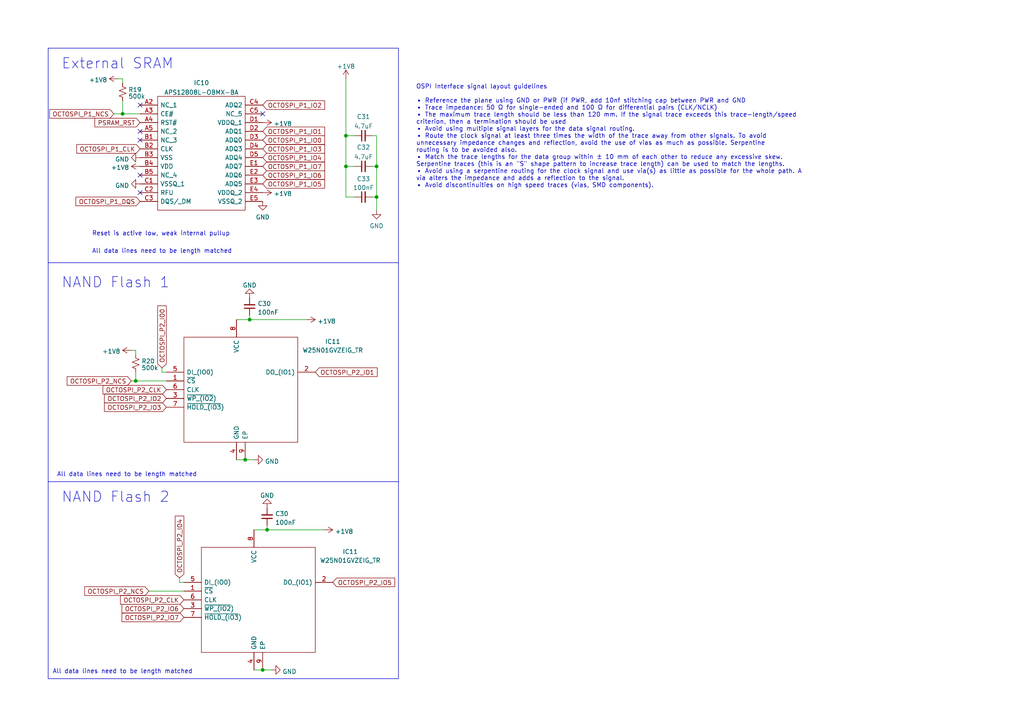
<source format=kicad_sch>
(kicad_sch (version 20230121) (generator eeschema)
  (paper "A4")
  (title_block (title "OBC-Flight") (date "2023-08-07") (rev "Rev0") (company "WIT PicoSat") (comment 1 "By: Kieran Shanley"))
  (lib_symbols
    (symbol "+1V8_1" (power) (pin_names (offset 0))
      (property "Value" "+1V8_1" (at 0 3.556 0))
      (symbol "+1V8_1_0_1"
        (polyline (pts (xy -0.762 1.27) (xy 0 2.54)))
        (polyline (pts (xy 0 0) (xy 0 2.54)))
        (polyline (pts (xy 0 2.54) (xy 0.762 1.27)))
      )
      (symbol "+1V8_1_1_1"
        (pin power_in line (at 0 0 90) (length 0) hide (name "+1V8") (number "1"))
      )
    )
    (symbol "APS12808L-OBMX-BA:APS12808L-OBMX-BA" (pin_names (offset 0.762))
      (property "Reference" "IC" (at 31.75 7.62 0))
      (property "Value" "APS12808L-OBMX-BA" (at 31.75 5.08 0))
      (symbol "APS12808L-OBMX-BA_0_0"
        (pin passive line (at 0 0 0) (length 5.08) (name "NC_1") (number "A2"))
        (pin passive line (at 0 -2.54 0) (length 5.08) (name "CE#") (number "A3"))
        (pin passive line (at 0 -5.08 0) (length 5.08) (name "RST#") (number "A4"))
        (pin passive line (at 0 -7.62 0) (length 5.08) (name "NC_2") (number "A5"))
        (pin passive line (at 0 -10.16 0) (length 5.08) (name "NC_3") (number "B1"))
        (pin passive line (at 0 -12.7 0) (length 5.08) (name "CLK") (number "B2"))
        (pin passive line (at 0 -15.24 0) (length 5.08) (name "VSS") (number "B3"))
        (pin passive line (at 0 -17.78 0) (length 5.08) (name "VDD") (number "B4"))
        (pin passive line (at 0 -20.32 0) (length 5.08) (name "NC_4") (number "B5"))
        (pin passive line (at 0 -22.86 0) (length 5.08) (name "VSSQ_1") (number "C1"))
        (pin passive line (at 0 -25.4 0) (length 5.08) (name "RFU") (number "C2"))
        (pin passive line (at 0 -27.94 0) (length 5.08) (name "DQS/_DM") (number "C3"))
        (pin passive line (at 35.56 0 180) (length 5.08) (name "ADQ2") (number "C4"))
        (pin passive line (at 35.56 -2.54 180) (length 5.08) (name "NC_5") (number "C5"))
        (pin passive line (at 35.56 -5.08 180) (length 5.08) (name "VDDQ_1") (number "D1"))
        (pin passive line (at 35.56 -7.62 180) (length 5.08) (name "ADQ1") (number "D2"))
        (pin passive line (at 35.56 -10.16 180) (length 5.08) (name "ADQ0") (number "D3"))
        (pin passive line (at 35.56 -12.7 180) (length 5.08) (name "ADQ3") (number "D4"))
        (pin passive line (at 35.56 -15.24 180) (length 5.08) (name "ADQ4") (number "D5"))
        (pin passive line (at 35.56 -17.78 180) (length 5.08) (name "ADQ7") (number "E1"))
        (pin passive line (at 35.56 -20.32 180) (length 5.08) (name "ADQ6") (number "E2"))
        (pin passive line (at 35.56 -22.86 180) (length 5.08) (name "ADQ5") (number "E3"))
        (pin passive line (at 35.56 -25.4 180) (length 5.08) (name "VDDQ_2") (number "E4"))
        (pin passive line (at 35.56 -27.94 180) (length 5.08) (name "VSSQ_2") (number "E5"))
      )
      (symbol "APS12808L-OBMX-BA_0_1"
        (polyline (pts (xy 5.08 2.54) (xy 30.48 2.54) (xy 30.48 -30.48) (xy 5.08 -30.48) (xy 5.08 2.54)) (stroke (width 0.1524)))
      )
    )
    (symbol "Device:C_Small" (pin_numbers hide) (pin_names (offset 0.254) hide)
      (property "Reference" "C" (at 0.254 1.778 0))
      (property "Value" "C_Small" (at 0.254 -2.032 0))
      (symbol "C_Small_0_1"
        (polyline (pts (xy -1.524 -0.508) (xy 1.524 -0.508)) (stroke (width 0.3302)))
        (polyline (pts (xy -1.524 0.508) (xy 1.524 0.508)) (stroke (width 0.3048)))
      )
      (symbol "C_Small_1_1"
        (pin passive line (at 0 2.54 270) (length 2.032) (name "~") (number "1"))
        (pin passive line (at 0 -2.54 90) (length 2.032) (name "~") (number "2"))
      )
    )
    (symbol "Device:R_Small_US" (pin_numbers hide) (pin_names (offset 0.254) hide)
      (property "Reference" "R" (at 0.762 0.508 0))
      (property "Value" "R_Small_US" (at 0.762 -1.016 0))
      (symbol "R_Small_US_1_1"
        (polyline (pts (xy 0 0) (xy 1.016 -0.381) (xy 0 -0.762) (xy -1.016 -1.143) (xy 0 -1.524)))
        (polyline (pts (xy 0 1.524) (xy 1.016 1.143) (xy 0 0.762) (xy -1.016 0.381) (xy 0 0)))
        (pin passive line (at 0 2.54 270) (length 1.016) (name "~") (number "1"))
        (pin passive line (at 0 -2.54 90) (length 1.016) (name "~") (number "2"))
      )
    )
    (symbol "W25N01GVZEIG_TR:W25N01GVZEIG_TR" (pin_names (offset 0.762))
      (property "Reference" "IC" (at 39.37 15.24 0))
      (property "Value" "W25N01GVZEIG_TR" (at 39.37 12.7 0))
      (symbol "W25N01GVZEIG_TR_0_0"
        (pin passive line (at 0 -2.54 0) (length 5.08) (name "~{CS}") (number "1"))
        (pin passive line (at 43.18 0 180) (length 5.08) (name "DO_(IO1)") (number "2"))
        (pin passive line (at 0 -7.62 0) (length 5.08) (name "~{WP_(IO2})") (number "3"))
        (pin passive line (at 20.32 -25.4 90) (length 5.08) (name "GND") (number "4"))
        (pin passive line (at 0 0 0) (length 5.08) (name "DI_(IO0)") (number "5"))
        (pin passive line (at 0 -5.08 0) (length 5.08) (name "CLK") (number "6"))
        (pin passive line (at 0 -10.16 0) (length 5.08) (name "~{HOLD_(IO3})") (number "7"))
        (pin passive line (at 20.32 15.24 270) (length 5.08) (name "VCC") (number "8"))
        (pin passive line (at 22.86 -25.4 90) (length 5.08) (name "EP") (number "9"))
      )
      (symbol "W25N01GVZEIG_TR_0_1"
        (polyline (pts (xy 5.08 10.16) (xy 38.1 10.16) (xy 38.1 -20.32) (xy 5.08 -20.32) (xy 5.08 10.16)) (stroke (width 0.1524)))
      )
    )
    (symbol "power:+1V8" (power) (pin_names (offset 0))
      (property "Value" "+1V8" (at 0 3.556 0))
      (symbol "+1V8_0_1"
        (polyline (pts (xy -0.762 1.27) (xy 0 2.54)))
        (polyline (pts (xy 0 0) (xy 0 2.54)))
        (polyline (pts (xy 0 2.54) (xy 0.762 1.27)))
      )
      (symbol "+1V8_1_1"
        (pin power_in line (at 0 0 90) (length 0) hide (name "+1V8") (number "1"))
      )
    )
    (symbol "power:GND" (power) (pin_names (offset 0))
      (property "Value" "GND" (at 0 -3.81 0))
      (symbol "GND_0_1"
        (polyline (pts (xy 0 0) (xy 0 -1.27) (xy 1.27 -1.27) (xy 0 -2.54) (xy -1.27 -1.27) (xy 0 -1.27)))
      )
      (symbol "GND_1_1"
        (pin power_in line (at 0 0 270) (length 0) hide (name "GND") (number "1"))
      )
    )
  )
  (junction (at 77.47 153.67))
  (junction (at 39.37 110.49))
  (junction (at 109.22 48.26))
  (junction (at 76.2 194.31))
  (junction (at 72.39 92.71))
  (junction (at 35.56 33.02))
  (junction (at 100.33 39.37))
  (junction (at 100.33 48.26))
  (junction (at 71.12 133.35))
  (junction (at 109.22 57.15))
  (no_connect (at 40.64 50.8))
  (no_connect (at 40.64 30.48))
  (no_connect (at 40.64 55.88))
  (no_connect (at 40.64 38.1))
  (no_connect (at 76.2 33.02))
  (no_connect (at 40.64 40.64))
  (polyline (pts (xy 13.97 13.97) (xy 13.97 76.2)))
  (wire (pts (xy 46.99 106.68) (xy 46.99 107.95)))
  (wire (pts (xy 100.33 22.86) (xy 100.33 39.37)))
  (wire (pts (xy 52.07 168.91) (xy 53.34 168.91)))
  (wire (pts (xy 109.22 48.26) (xy 109.22 57.15)))
  (wire (pts (xy 77.47 153.67) (xy 73.66 153.67)))
  (wire (pts (xy 39.37 102.87) (xy 39.37 101.6)))
  (wire (pts (xy 77.47 152.4) (xy 77.47 153.67)))
  (wire (pts (xy 35.56 29.21) (xy 35.56 33.02)))
  (wire (pts (xy 46.99 107.95) (xy 48.26 107.95)))
  (wire (pts (xy 33.02 33.02) (xy 35.56 33.02)))
  (wire (pts (xy 109.22 39.37) (xy 107.95 39.37)))
  (wire (pts (xy 38.1 110.49) (xy 39.37 110.49)))
  (wire (pts (xy 72.39 92.71) (xy 68.58 92.71)))
  (wire (pts (xy 100.33 48.26) (xy 100.33 39.37)))
  (wire (pts (xy 109.22 57.15) (xy 107.95 57.15)))
  (wire (pts (xy 100.33 48.26) (xy 102.87 48.26)))
  (wire (pts (xy 77.47 153.67) (xy 93.98 153.67)))
  (wire (pts (xy 72.39 92.71) (xy 88.9 92.71)))
  (polyline (pts (xy 115.57 76.2) (xy 13.97 76.2)))
  (wire (pts (xy 72.39 91.44) (xy 72.39 92.71)))
  (polyline (pts (xy 13.97 13.97) (xy 115.57 13.97)))
  (wire (pts (xy 52.07 168.91) (xy 52.07 167.64)))
  (polyline (pts (xy 115.57 13.97) (xy 115.57 76.2)))
  (wire (pts (xy 109.22 60.96) (xy 109.22 57.15)))
  (polyline (pts (xy 13.97 139.7) (xy 13.97 196.85)))
  (wire (pts (xy 39.37 107.95) (xy 39.37 110.49)))
  (wire (pts (xy 100.33 57.15) (xy 100.33 48.26)))
  (wire (pts (xy 71.12 133.35) (xy 68.58 133.35)))
  (wire (pts (xy 35.56 24.13) (xy 35.56 22.86)))
  (wire (pts (xy 109.22 39.37) (xy 109.22 48.26)))
  (wire (pts (xy 73.66 133.35) (xy 71.12 133.35)))
  (wire (pts (xy 76.2 194.31) (xy 73.66 194.31)))
  (wire (pts (xy 35.56 22.86) (xy 34.29 22.86)))
  (wire (pts (xy 43.18 171.45) (xy 53.34 171.45)))
  (wire (pts (xy 35.56 33.02) (xy 40.64 33.02)))
  (polyline (pts (xy 115.57 76.2) (xy 115.57 139.7)))
  (wire (pts (xy 102.87 39.37) (xy 100.33 39.37)))
  (polyline (pts (xy 115.57 139.7) (xy 13.97 139.7)))
  (wire (pts (xy 39.37 110.49) (xy 48.26 110.49)))
  (polyline (pts (xy 13.97 76.2) (xy 13.97 139.7)))
  (polyline (pts (xy 115.57 196.85) (xy 13.97 196.85)))
  (wire (pts (xy 109.22 48.26) (xy 107.95 48.26)))
  (polyline (pts (xy 115.57 139.7) (xy 115.57 196.85)))
  (wire (pts (xy 78.74 194.31) (xy 76.2 194.31)))
  (wire (pts (xy 39.37 101.6) (xy 38.1 101.6)))
  (wire (pts (xy 102.87 57.15) (xy 100.33 57.15)))
  (text "Reset is active low, weak internal pullup" (at 26.67 68.58 0) (effects (font (size 1.27 1.27)) (justify left bottom)))
  (text "External SRAM" (at 17.78 20.32 0) (effects (font (size 3 3)) (justify left bottom)))
  (text "All data lines need to be length matched" (at 26.67 73.66 0) (effects (font (size 1.27 1.27)) (justify left bottom)))
  (text "All data lines need to be length matched" (at 15.24 195.58 0) (effects (font (size 1.27 1.27)) (justify left bottom)))
  (text "OSPI Interface signal layout guidelines\n\n• Reference the plane using GND or PWR (if PWR, add 10nf stitching cap between PWR and GND\n• Trace impedance: 50 Ω for single-ended and 100 Ω for differential pairs (CLK/NCLK)\n• The maximum trace length should be less than 120 mm. If the signal trace exceeds this trace-length/speed\ncriterion, then a termination should be used\n• Avoid using multiple signal layers for the data signal routing.\n• Route the clock signal at least three times the width of the trace away from other signals. To avoid\nunnecessary impedance changes and reflection, avoid the use of vias as much as possible. Serpentine\nrouting is to be avoided also.\n• Match the trace lengths for the data group within ± 10 mm of each other to reduce any excessive skew.\nSerpentine traces (this is an \"S\" shape pattern to increase trace length) can be used to match the lengths.\n• Avoid using a serpentine routing for the clock signal and use via(s) as little as possible for the whole path. A\nvia alters the impedance and adds a reflection to the signal.\n• Avoid discontinuities on high speed traces (vias, SMD components)." (at 120.65 54.61 0) (effects (font (size 1.27 1.27)) (justify left bottom)))
  (text "NAND Flash 1" (at 17.78 83.82 0) (effects (font (size 3 3)) (justify left bottom)))
  (text "All data lines need to be length matched" (at 16.51 138.43 0) (effects (font (size 1.27 1.27)) (justify left bottom)))
  (text "NAND Flash 2" (at 17.78 146.05 0) (effects (font (size 3 3)) (justify left bottom)))
  (global_label "PSRAM_RST" (shape input) (at 40.64 35.56 180) (property "Intersheetrefs" "${INTERSHEET_REFS}" (effects hide)))
  (global_label "OCTOSPI_P1_IO6" (shape input) (at 76.2 50.8 0) (property "Intersheetrefs" "${INTERSHEET_REFS}" (effects hide)))
  (global_label "OCTOSPI_P1_IO0" (shape input) (at 76.2 40.64 0) (property "Intersheetrefs" "${INTERSHEET_REFS}" (effects hide)))
  (global_label "OCTOSPI_P2_IO3" (shape input) (at 48.26 118.11 180) (property "Intersheetrefs" "${INTERSHEET_REFS}" (effects hide)))
  (global_label "OCTOSPI_P1_IO7" (shape input) (at 76.2 48.26 0) (property "Intersheetrefs" "${INTERSHEET_REFS}" (effects hide)))
  (global_label "OCTOSPI_P1_CLK" (shape input) (at 40.64 43.18 180) (property "Intersheetrefs" "${INTERSHEET_REFS}" (effects hide)))
  (global_label "OCTOSPI_P2_NCS" (shape input) (at 43.18 171.45 180) (property "Intersheetrefs" "${INTERSHEET_REFS}" (effects hide)))
  (global_label "OCTOSPI_P2_IO1" (shape input) (at 91.44 107.95 0) (property "Intersheetrefs" "${INTERSHEET_REFS}" (effects hide)))
  (global_label "OCTOSPI_P2_IO4" (shape input) (at 52.07 167.64 90) (property "Intersheetrefs" "${INTERSHEET_REFS}" (effects hide)))
  (global_label "OCTOSPI_P1_NCS" (shape input) (at 33.02 33.02 180) (property "Intersheetrefs" "${INTERSHEET_REFS}" (effects hide)))
  (global_label "OCTOSPI_P1_IO5" (shape input) (at 76.2 53.34 0) (property "Intersheetrefs" "${INTERSHEET_REFS}" (effects hide)))
  (global_label "OCTOSPI_P1_IO2" (shape input) (at 76.2 30.48 0) (property "Intersheetrefs" "${INTERSHEET_REFS}" (effects hide)))
  (global_label "OCTOSPI_P2_CLK" (shape input) (at 53.34 173.99 180) (property "Intersheetrefs" "${INTERSHEET_REFS}" (effects hide)))
  (global_label "OCTOSPI_P1_IO4" (shape input) (at 76.2 45.72 0) (property "Intersheetrefs" "${INTERSHEET_REFS}" (effects hide)))
  (global_label "OCTOSPI_P2_IO7" (shape input) (at 53.34 179.07 180) (property "Intersheetrefs" "${INTERSHEET_REFS}" (effects hide)))
  (global_label "OCTOSPI_P2_NCS" (shape input) (at 38.1 110.49 180) (property "Intersheetrefs" "${INTERSHEET_REFS}" (effects hide)))
  (global_label "OCTOSPI_P2_IO6" (shape input) (at 53.34 176.53 180) (property "Intersheetrefs" "${INTERSHEET_REFS}" (effects hide)))
  (global_label "OCTOSPI_P1_IO3" (shape input) (at 76.2 43.18 0) (property "Intersheetrefs" "${INTERSHEET_REFS}" (effects hide)))
  (global_label "OCTOSPI_P2_IO0" (shape input) (at 46.99 106.68 90) (property "Intersheetrefs" "${INTERSHEET_REFS}" (effects hide)))
  (global_label "OCTOSPI_P2_CLK" (shape input) (at 48.26 113.03 180) (property "Intersheetrefs" "${INTERSHEET_REFS}" (effects hide)))
  (global_label "OCTOSPI_P1_DQS" (shape input) (at 40.64 58.42 180) (property "Intersheetrefs" "${INTERSHEET_REFS}" (effects hide)))
  (global_label "OCTOSPI_P2_IO2" (shape input) (at 48.26 115.57 180) (property "Intersheetrefs" "${INTERSHEET_REFS}" (effects hide)))
  (global_label "OCTOSPI_P2_IO5" (shape input) (at 96.52 168.91 0) (property "Intersheetrefs" "${INTERSHEET_REFS}" (effects hide)))
  (global_label "OCTOSPI_P1_IO1" (shape input) (at 76.2 38.1 0) (property "Intersheetrefs" "${INTERSHEET_REFS}" (effects hide)))
  (symbol (lib_id "Device:C_Small") (at 105.41 48.26 90) (unit 1)
    (property "Reference" "C32" (at 105.4163 42.7314 90))
    (property "Value" "4.7uF" (at 105.4163 45.5065 90))
    (property "Footprint" "Capacitor_SMD:C_0402_1005Metric" (effects hide))
    (instances (project "OBCProto" (path "" (reference "C32") (unit 1))) (project "OBC-Flight" (path "" (reference "C7") (unit 1))))
  )
  (symbol (lib_id "power:GND") (at 77.47 147.32 180) (unit 1)
    (property "Reference" "#PWR0206" (effects hide))
    (property "Value" "GND" (at 77.47 143.7155 0))
    (instances (project "OBCProto" (path "" (reference "#PWR0206") (unit 1))) (project "OBC-Flight" (path "" (reference "#PWR070") (unit 1))))
  )
  (symbol (lib_id "power:GND") (at 76.2 58.42 0) (unit 1)
    (property "Reference" "#PWR0203" (effects hide))
    (property "Value" "GND" (at 76.2 62.9825 0))
    (instances (project "OBCProto" (path "" (reference "#PWR0203") (unit 1))) (project "OBC-Flight" (path "" (reference "#PWR022") (unit 1))))
  )
  (symbol (lib_name "+1V8_1") (lib_id "power:+1V8") (at 34.29 22.86 90) (unit 1)
    (property "Reference" "#PWR0145" (effects hide))
    (property "Value" "+1V8" (at 31.115 23.1768 90) (effects (justify left)))
  )
  (symbol (lib_id "Device:C_Small") (at 77.47 149.86 180) (unit 1)
    (property "Reference" "C30" (at 79.7941 149.0189 0) (effects (justify right)))
    (property "Value" "100nF" (at 79.7941 151.5558 0) (effects (justify right)))
    (property "Footprint" "Capacitor_SMD:C_0402_1005Metric" (effects hide))
    (instances (project "OBCProto" (path "" (reference "C30") (unit 1))) (project "OBC-Flight" (path "" (reference "C26") (unit 1))))
  )
  (symbol (lib_id "power:GND") (at 109.22 60.96 0) (unit 1)
    (property "Reference" "#PWR0205" (effects hide))
    (property "Value" "GND" (at 109.22 65.5225 0))
    (instances (project "OBCProto" (path "" (reference "#PWR0205") (unit 1))) (project "OBC-Flight" (path "" (reference "#PWR025") (unit 1))))
  )
  (symbol (lib_id "power:+1V8") (at 76.2 55.88 270) (unit 1)
    (property "Reference" "#PWR0204" (effects hide))
    (property "Value" "+1V8" (at 79.375 56.1968 90) (effects (justify left)))
    (instances (project "OBCProto" (path "" (reference "#PWR0204") (unit 1))) (project "OBC-Flight" (path "" (reference "#PWR0139") (unit 1))))
  )
  (symbol (lib_id "Device:C_Small") (at 105.41 57.15 90) (unit 1)
    (property "Reference" "C33" (at 105.4163 51.8881 90))
    (property "Value" "100nF" (at 105.4163 54.425 90))
    (property "Footprint" "Capacitor_SMD:C_0402_1005Metric" (effects hide))
    (instances (project "OBCProto" (path "" (reference "C33") (unit 1))) (project "OBC-Flight" (path "" (reference "C8") (unit 1))))
  )
  (symbol (lib_name "+1V8_1") (lib_id "power:+1V8") (at 38.1 101.6 90) (unit 1)
    (property "Reference" "#PWR0146" (effects hide))
    (property "Value" "+1V8" (at 34.925 101.9168 90) (effects (justify left)))
  )
  (symbol (lib_id "Device:C_Small") (at 72.39 88.9 180) (unit 1)
    (property "Reference" "C30" (at 74.7141 88.0589 0) (effects (justify right)))
    (property "Value" "100nF" (at 74.7141 90.5958 0) (effects (justify right)))
    (property "Footprint" "Capacitor_SMD:C_0402_1005Metric" (effects hide))
    (instances (project "OBCProto" (path "" (reference "C30") (unit 1))) (project "OBC-Flight" (path "" (reference "C5") (unit 1))))
  )
  (symbol (lib_id "power:+1V8") (at 93.98 153.67 270) (unit 1)
    (property "Reference" "#PWR0207" (effects hide))
    (property "Value" "+1V8" (at 97.155 154.149 90) (effects (justify left)))
    (instances (project "OBCProto" (path "" (reference "#PWR0207") (unit 1))) (project "OBC-Flight" (path "" (reference "#PWR072") (unit 1))))
  )
  (symbol (lib_id "Device:C_Small") (at 105.41 39.37 90) (unit 1)
    (property "Reference" "C31" (at 105.4163 33.8414 90))
    (property "Value" "4.7uF" (at 105.4163 36.6165 90))
    (property "Footprint" "Capacitor_SMD:C_0402_1005Metric" (effects hide))
    (instances (project "OBCProto" (path "" (reference "C31") (unit 1))) (project "OBC-Flight" (path "" (reference "C6") (unit 1))))
  )
  (symbol (lib_id "power:GND") (at 72.39 86.36 180) (unit 1)
    (property "Reference" "#PWR0206" (effects hide))
    (property "Value" "GND" (at 72.39 82.7555 0))
    (instances (project "OBCProto" (path "" (reference "#PWR0206") (unit 1))) (project "OBC-Flight" (path "" (reference "#PWR020") (unit 1))))
  )
  (symbol (lib_id "Device:R_Small_US") (at 35.56 26.67 0) (unit 1)
    (property "Reference" "R19" (at 37.211 26.0263 0) (effects (justify left)))
    (property "Value" "500k" (at 37.211 27.9473 0) (effects (justify left)))
    (property "Footprint" "Resistor_SMD:R_0402_1005Metric" (effects hide))
  )
  (symbol (lib_id "power:GND") (at 40.64 45.72 270) (unit 1)
    (property "Reference" "#PWR0202" (effects hide))
    (property "Value" "GND" (at 37.4651 46.199 90) (effects (justify right)))
    (instances (project "OBCProto" (path "" (reference "#PWR0202") (unit 1))) (project "OBC-Flight" (path "" (reference "#PWR018") (unit 1))))
  )
  (symbol (lib_id "power:+1V8") (at 100.33 22.86 0) (unit 1)
    (property "Reference" "#PWR0204" (effects hide))
    (property "Value" "+1V8" (at 100.33 19.2555 0))
    (instances (project "OBCProto" (path "" (reference "#PWR0204") (unit 1))) (project "OBC-Flight" (path "" (reference "#PWR024") (unit 1))))
  )
  (symbol (lib_id "W25N01GVZEIG_TR:W25N01GVZEIG_TR") (at 53.34 168.91 0) (unit 1)
    (property "Reference" "IC11" (at 101.6 160.02 0))
    (property "Value" "W25N01GVZEIG_TR" (at 101.6 162.56 0))
    (property "Footprint" "W25N01GVZEIG_TR:SON127P800X600X80-9N-D" (effects hide))
    (property "Datasheet" "https://www.winbond.com/resource-files/w25n01gv revg 032116.pdf" (effects hide))
    (property "Description" "IC FLASH 1GBIT 104MHZ 8WSON" (effects hide))
    (property "Height" "0.8" (effects hide))
    (property "Mouser Part Number" "454-W25N01GVZEIGTR" (effects hide))
    (property "Mouser Price/Stock" "https://www.mouser.co.uk/ProductDetail/Winbond/W25N01GVZEIG-TR?qs=qSfuJ%252Bfl%2Fd6niBi0Qz1MPg%3D%3D" (effects hide))
    (property "Manufacturer_Name" "Winbond" (effects hide))
    (property "Manufacturer_Part_Number" "W25N01GVZEIG TR" (effects hide))
    (instances (project "OBCProto" (path "" (reference "IC11") (unit 1))) (project "OBC-Flight" (path "" (reference "IC5") (unit 1))))
  )
  (symbol (lib_id "power:+1V8") (at 40.64 48.26 90) (unit 1)
    (property "Reference" "#PWR0204" (effects hide))
    (property "Value" "+1V8" (at 37.465 48.5768 90) (effects (justify left)))
    (instances (project "OBCProto" (path "" (reference "#PWR0204") (unit 1))) (project "OBC-Flight" (path "" (reference "#PWR0140") (unit 1))))
  )
  (symbol (lib_id "Device:R_Small_US") (at 39.37 105.41 0) (unit 1)
    (property "Reference" "R20" (at 41.021 104.7663 0) (effects (justify left)))
    (property "Value" "500k" (at 41.021 106.6873 0) (effects (justify left)))
    (property "Footprint" "Resistor_SMD:R_0402_1005Metric" (effects hide))
  )
  (symbol (lib_id "power:+1V8") (at 76.2 35.56 270) (unit 1)
    (property "Reference" "#PWR0204" (effects hide))
    (property "Value" "+1V8" (at 79.375 35.8768 90) (effects (justify left)))
    (instances (project "OBCProto" (path "" (reference "#PWR0204") (unit 1))) (project "OBC-Flight" (path "" (reference "#PWR0138") (unit 1))))
  )
  (symbol (lib_id "power:GND") (at 40.64 53.34 270) (unit 1)
    (property "Reference" "#PWR0201" (effects hide))
    (property "Value" "GND" (at 37.4651 53.819 90) (effects (justify right)))
    (instances (project "OBCProto" (path "" (reference "#PWR0201") (unit 1))) (project "OBC-Flight" (path "" (reference "#PWR019") (unit 1))))
  )
  (symbol (lib_id "APS12808L-OBMX-BA:APS12808L-OBMX-BA") (at 40.64 30.48 0) (unit 1)
    (property "Reference" "IC10" (at 58.42 24.0243 0))
    (property "Value" "APS12808L-OBMX-BA" (at 58.42 26.7994 0))
    (property "Footprint" "APS12808L-OBMX-BA:BGA24C100P5X5_600X800X120" (effects hide))
    (property "Datasheet" "https://www.mouser.bg/datasheet/2/1127/APM_PSRAM_OPI_Xccela_APS12808L_OBMx_v3_0a_PKG-1954889.pdf" (effects hide))
    (property "Description" "DRAM IoT RAM 128Mb OPI (x8) DDR 200MHz, 1.8V, Ext. Temp., BGA24" (effects hide))
    (property "Height" "1.2" (effects hide))
    (property "Mouser Part Number" "878-APS12808L-OBMXBA" (effects hide))
    (property "Mouser Price/Stock" "https://www.mouser.co.uk/ProductDetail/AP-Memory/APS12808L-OBMX-BA?qs=TuK3vfAjtkWxIQRMGHfJdg%3D%3D" (effects hide))
    (property "Manufacturer_Name" "AP Memory" (effects hide))
    (property "Manufacturer_Part_Number" "APS12808L-OBMX-BA" (effects hide))
    (instances (project "OBCProto" (path "" (reference "IC10") (unit 1))) (project "OBC-Flight" (path "" (reference "IC6") (unit 1))))
  )
  (symbol (lib_id "W25N01GVZEIG_TR:W25N01GVZEIG_TR") (at 48.26 107.95 0) (unit 1)
    (property "Reference" "IC11" (at 96.52 99.06 0))
    (property "Value" "W25N01GVZEIG_TR" (at 96.52 101.6 0))
    (property "Footprint" "W25N01GVZEIG_TR:SON127P800X600X80-9N-D" (effects hide))
    (property "Datasheet" "https://www.winbond.com/resource-files/w25n01gv revg 032116.pdf" (effects hide))
    (property "Description" "IC FLASH 1GBIT 104MHZ 8WSON" (effects hide))
    (property "Height" "0.8" (effects hide))
    (property "Mouser Part Number" "454-W25N01GVZEIGTR" (effects hide))
    (property "Mouser Price/Stock" "https://www.mouser.co.uk/ProductDetail/Winbond/W25N01GVZEIG-TR?qs=qSfuJ%252Bfl%2Fd6niBi0Qz1MPg%3D%3D" (effects hide))
    (property "Manufacturer_Name" "Winbond" (effects hide))
    (property "Manufacturer_Part_Number" "W25N01GVZEIG TR" (effects hide))
    (instances (project "OBCProto" (path "" (reference "IC11") (unit 1))) (project "OBC-Flight" (path "" (reference "IC7") (unit 1))))
  )
  (symbol (lib_id "power:GND") (at 78.74 194.31 90) (unit 1)
    (property "Reference" "#PWR0208" (effects hide))
    (property "Value" "GND" (at 81.915 194.789 90) (effects (justify right)))
    (instances (project "OBCProto" (path "" (reference "#PWR0208") (unit 1))) (project "OBC-Flight" (path "" (reference "#PWR071") (unit 1))))
  )
  (symbol (lib_id "power:GND") (at 73.66 133.35 90) (unit 1)
    (property "Reference" "#PWR0208" (effects hide))
    (property "Value" "GND" (at 76.835 133.829 90) (effects (justify right)))
    (instances (project "OBCProto" (path "" (reference "#PWR0208") (unit 1))) (project "OBC-Flight" (path "" (reference "#PWR021") (unit 1))))
  )
  (symbol (lib_id "power:+1V8") (at 88.9 92.71 270) (unit 1)
    (property "Reference" "#PWR0207" (effects hide))
    (property "Value" "+1V8" (at 92.075 93.189 90) (effects (justify left)))
    (instances (project "OBCProto" (path "" (reference "#PWR0207") (unit 1))) (project "OBC-Flight" (path "" (reference "#PWR023") (unit 1))))
  )
)
</source>
